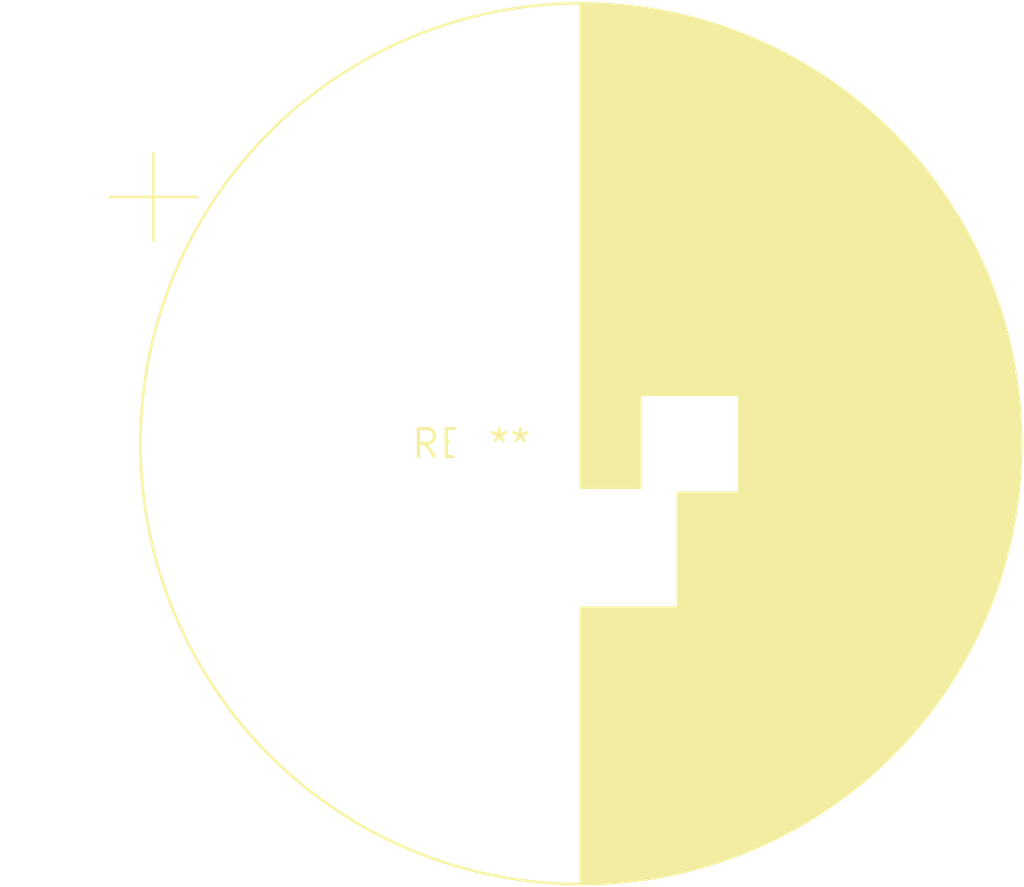
<source format=kicad_pcb>
(kicad_pcb (version 20240108) (generator pcbnew)
  (layers (0 "F.Cu" signal) (31 "B.Cu" signal) (34 "B.Paste" user) (35 "F.Paste" user) (36 "B.SilkS" user "B.Silkscreen") (37 "F.SilkS" user "F.Silkscreen") (38 "B.Mask" user) (39 "F.Mask" user) (44 "Edge.Cuts" user))
  (net 0 "")
  (footprint "CP_Radial_D40.0mm_P10.00mm_3pin_SnapIn" (layer "F.Cu") (at 0 0)
    (property "Reference" "REF**")
    (property "Value" "CP_Radial_D40.0mm_P10.00mm_3pin_SnapIn")
    (pad "1" thru_hole rect (at 0 0) (size 4 4) (drill 2) (layers *.Cu *.Mask) (remove_unused_layers))
    (pad "2" thru_hole circle (at 6.7 4.75) (size 5 5) (drill 2.5) (layers *.Cu *.Mask) (remove_unused_layers))
    (pad "2" thru_hole circle (at 10 0) (size 4 4) (drill 2) (layers *.Cu *.Mask) (remove_unused_layers))
  )
)
</source>
